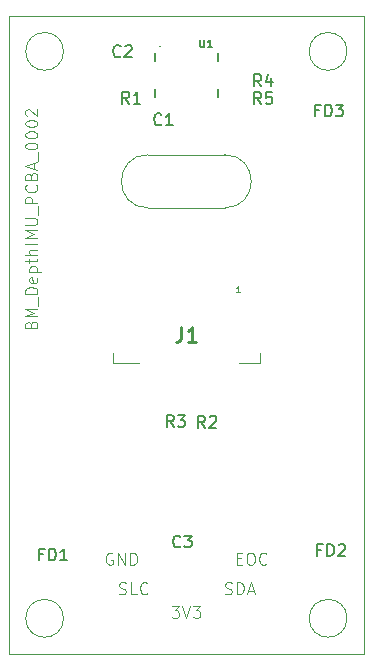
<source format=gbr>
%TF.GenerationSoftware,KiCad,Pcbnew,8.0.4*%
%TF.CreationDate,2024-11-15T13:14:51-06:00*%
%TF.ProjectId,BM_DepthIMU_v2,424d5f44-6570-4746-9849-4d555f76322e,rev?*%
%TF.SameCoordinates,Original*%
%TF.FileFunction,Legend,Top*%
%TF.FilePolarity,Positive*%
%FSLAX46Y46*%
G04 Gerber Fmt 4.6, Leading zero omitted, Abs format (unit mm)*
G04 Created by KiCad (PCBNEW 8.0.4) date 2024-11-15 13:14:51*
%MOMM*%
%LPD*%
G01*
G04 APERTURE LIST*
%ADD10C,0.100000*%
%ADD11C,0.125000*%
%ADD12C,0.150000*%
%ADD13C,0.254000*%
%ADD14C,0.127000*%
%TA.AperFunction,Profile*%
%ADD15C,0.050000*%
%TD*%
G04 APERTURE END LIST*
D10*
X154351905Y-114433609D02*
X154685238Y-114433609D01*
X154828095Y-114957419D02*
X154351905Y-114957419D01*
X154351905Y-114957419D02*
X154351905Y-113957419D01*
X154351905Y-113957419D02*
X154828095Y-113957419D01*
X155447143Y-113957419D02*
X155637619Y-113957419D01*
X155637619Y-113957419D02*
X155732857Y-114005038D01*
X155732857Y-114005038D02*
X155828095Y-114100276D01*
X155828095Y-114100276D02*
X155875714Y-114290752D01*
X155875714Y-114290752D02*
X155875714Y-114624085D01*
X155875714Y-114624085D02*
X155828095Y-114814561D01*
X155828095Y-114814561D02*
X155732857Y-114909800D01*
X155732857Y-114909800D02*
X155637619Y-114957419D01*
X155637619Y-114957419D02*
X155447143Y-114957419D01*
X155447143Y-114957419D02*
X155351905Y-114909800D01*
X155351905Y-114909800D02*
X155256667Y-114814561D01*
X155256667Y-114814561D02*
X155209048Y-114624085D01*
X155209048Y-114624085D02*
X155209048Y-114290752D01*
X155209048Y-114290752D02*
X155256667Y-114100276D01*
X155256667Y-114100276D02*
X155351905Y-114005038D01*
X155351905Y-114005038D02*
X155447143Y-113957419D01*
X156875714Y-114862180D02*
X156828095Y-114909800D01*
X156828095Y-114909800D02*
X156685238Y-114957419D01*
X156685238Y-114957419D02*
X156590000Y-114957419D01*
X156590000Y-114957419D02*
X156447143Y-114909800D01*
X156447143Y-114909800D02*
X156351905Y-114814561D01*
X156351905Y-114814561D02*
X156304286Y-114719323D01*
X156304286Y-114719323D02*
X156256667Y-114528847D01*
X156256667Y-114528847D02*
X156256667Y-114385990D01*
X156256667Y-114385990D02*
X156304286Y-114195514D01*
X156304286Y-114195514D02*
X156351905Y-114100276D01*
X156351905Y-114100276D02*
X156447143Y-114005038D01*
X156447143Y-114005038D02*
X156590000Y-113957419D01*
X156590000Y-113957419D02*
X156685238Y-113957419D01*
X156685238Y-113957419D02*
X156828095Y-114005038D01*
X156828095Y-114005038D02*
X156875714Y-114052657D01*
X144399524Y-117409800D02*
X144542381Y-117457419D01*
X144542381Y-117457419D02*
X144780476Y-117457419D01*
X144780476Y-117457419D02*
X144875714Y-117409800D01*
X144875714Y-117409800D02*
X144923333Y-117362180D01*
X144923333Y-117362180D02*
X144970952Y-117266942D01*
X144970952Y-117266942D02*
X144970952Y-117171704D01*
X144970952Y-117171704D02*
X144923333Y-117076466D01*
X144923333Y-117076466D02*
X144875714Y-117028847D01*
X144875714Y-117028847D02*
X144780476Y-116981228D01*
X144780476Y-116981228D02*
X144590000Y-116933609D01*
X144590000Y-116933609D02*
X144494762Y-116885990D01*
X144494762Y-116885990D02*
X144447143Y-116838371D01*
X144447143Y-116838371D02*
X144399524Y-116743133D01*
X144399524Y-116743133D02*
X144399524Y-116647895D01*
X144399524Y-116647895D02*
X144447143Y-116552657D01*
X144447143Y-116552657D02*
X144494762Y-116505038D01*
X144494762Y-116505038D02*
X144590000Y-116457419D01*
X144590000Y-116457419D02*
X144828095Y-116457419D01*
X144828095Y-116457419D02*
X144970952Y-116505038D01*
X145875714Y-117457419D02*
X145399524Y-117457419D01*
X145399524Y-117457419D02*
X145399524Y-116457419D01*
X146780476Y-117362180D02*
X146732857Y-117409800D01*
X146732857Y-117409800D02*
X146590000Y-117457419D01*
X146590000Y-117457419D02*
X146494762Y-117457419D01*
X146494762Y-117457419D02*
X146351905Y-117409800D01*
X146351905Y-117409800D02*
X146256667Y-117314561D01*
X146256667Y-117314561D02*
X146209048Y-117219323D01*
X146209048Y-117219323D02*
X146161429Y-117028847D01*
X146161429Y-117028847D02*
X146161429Y-116885990D01*
X146161429Y-116885990D02*
X146209048Y-116695514D01*
X146209048Y-116695514D02*
X146256667Y-116600276D01*
X146256667Y-116600276D02*
X146351905Y-116505038D01*
X146351905Y-116505038D02*
X146494762Y-116457419D01*
X146494762Y-116457419D02*
X146590000Y-116457419D01*
X146590000Y-116457419D02*
X146732857Y-116505038D01*
X146732857Y-116505038D02*
X146780476Y-116552657D01*
D11*
X154603188Y-91882309D02*
X154317474Y-91882309D01*
X154460331Y-91882309D02*
X154460331Y-91382309D01*
X154460331Y-91382309D02*
X154412712Y-91453738D01*
X154412712Y-91453738D02*
X154365093Y-91501357D01*
X154365093Y-91501357D02*
X154317474Y-91525166D01*
D10*
X143828095Y-114005038D02*
X143732857Y-113957419D01*
X143732857Y-113957419D02*
X143590000Y-113957419D01*
X143590000Y-113957419D02*
X143447143Y-114005038D01*
X143447143Y-114005038D02*
X143351905Y-114100276D01*
X143351905Y-114100276D02*
X143304286Y-114195514D01*
X143304286Y-114195514D02*
X143256667Y-114385990D01*
X143256667Y-114385990D02*
X143256667Y-114528847D01*
X143256667Y-114528847D02*
X143304286Y-114719323D01*
X143304286Y-114719323D02*
X143351905Y-114814561D01*
X143351905Y-114814561D02*
X143447143Y-114909800D01*
X143447143Y-114909800D02*
X143590000Y-114957419D01*
X143590000Y-114957419D02*
X143685238Y-114957419D01*
X143685238Y-114957419D02*
X143828095Y-114909800D01*
X143828095Y-114909800D02*
X143875714Y-114862180D01*
X143875714Y-114862180D02*
X143875714Y-114528847D01*
X143875714Y-114528847D02*
X143685238Y-114528847D01*
X144304286Y-114957419D02*
X144304286Y-113957419D01*
X144304286Y-113957419D02*
X144875714Y-114957419D01*
X144875714Y-114957419D02*
X144875714Y-113957419D01*
X145351905Y-114957419D02*
X145351905Y-113957419D01*
X145351905Y-113957419D02*
X145590000Y-113957419D01*
X145590000Y-113957419D02*
X145732857Y-114005038D01*
X145732857Y-114005038D02*
X145828095Y-114100276D01*
X145828095Y-114100276D02*
X145875714Y-114195514D01*
X145875714Y-114195514D02*
X145923333Y-114385990D01*
X145923333Y-114385990D02*
X145923333Y-114528847D01*
X145923333Y-114528847D02*
X145875714Y-114719323D01*
X145875714Y-114719323D02*
X145828095Y-114814561D01*
X145828095Y-114814561D02*
X145732857Y-114909800D01*
X145732857Y-114909800D02*
X145590000Y-114957419D01*
X145590000Y-114957419D02*
X145351905Y-114957419D01*
X136938609Y-94612782D02*
X136986228Y-94469925D01*
X136986228Y-94469925D02*
X137033847Y-94422306D01*
X137033847Y-94422306D02*
X137129085Y-94374687D01*
X137129085Y-94374687D02*
X137271942Y-94374687D01*
X137271942Y-94374687D02*
X137367180Y-94422306D01*
X137367180Y-94422306D02*
X137414800Y-94469925D01*
X137414800Y-94469925D02*
X137462419Y-94565163D01*
X137462419Y-94565163D02*
X137462419Y-94946115D01*
X137462419Y-94946115D02*
X136462419Y-94946115D01*
X136462419Y-94946115D02*
X136462419Y-94612782D01*
X136462419Y-94612782D02*
X136510038Y-94517544D01*
X136510038Y-94517544D02*
X136557657Y-94469925D01*
X136557657Y-94469925D02*
X136652895Y-94422306D01*
X136652895Y-94422306D02*
X136748133Y-94422306D01*
X136748133Y-94422306D02*
X136843371Y-94469925D01*
X136843371Y-94469925D02*
X136890990Y-94517544D01*
X136890990Y-94517544D02*
X136938609Y-94612782D01*
X136938609Y-94612782D02*
X136938609Y-94946115D01*
X137462419Y-93946115D02*
X136462419Y-93946115D01*
X136462419Y-93946115D02*
X137176704Y-93612782D01*
X137176704Y-93612782D02*
X136462419Y-93279449D01*
X136462419Y-93279449D02*
X137462419Y-93279449D01*
X137557657Y-93041354D02*
X137557657Y-92279449D01*
X137462419Y-92041353D02*
X136462419Y-92041353D01*
X136462419Y-92041353D02*
X136462419Y-91803258D01*
X136462419Y-91803258D02*
X136510038Y-91660401D01*
X136510038Y-91660401D02*
X136605276Y-91565163D01*
X136605276Y-91565163D02*
X136700514Y-91517544D01*
X136700514Y-91517544D02*
X136890990Y-91469925D01*
X136890990Y-91469925D02*
X137033847Y-91469925D01*
X137033847Y-91469925D02*
X137224323Y-91517544D01*
X137224323Y-91517544D02*
X137319561Y-91565163D01*
X137319561Y-91565163D02*
X137414800Y-91660401D01*
X137414800Y-91660401D02*
X137462419Y-91803258D01*
X137462419Y-91803258D02*
X137462419Y-92041353D01*
X137414800Y-90660401D02*
X137462419Y-90755639D01*
X137462419Y-90755639D02*
X137462419Y-90946115D01*
X137462419Y-90946115D02*
X137414800Y-91041353D01*
X137414800Y-91041353D02*
X137319561Y-91088972D01*
X137319561Y-91088972D02*
X136938609Y-91088972D01*
X136938609Y-91088972D02*
X136843371Y-91041353D01*
X136843371Y-91041353D02*
X136795752Y-90946115D01*
X136795752Y-90946115D02*
X136795752Y-90755639D01*
X136795752Y-90755639D02*
X136843371Y-90660401D01*
X136843371Y-90660401D02*
X136938609Y-90612782D01*
X136938609Y-90612782D02*
X137033847Y-90612782D01*
X137033847Y-90612782D02*
X137129085Y-91088972D01*
X136795752Y-90184210D02*
X137795752Y-90184210D01*
X136843371Y-90184210D02*
X136795752Y-90088972D01*
X136795752Y-90088972D02*
X136795752Y-89898496D01*
X136795752Y-89898496D02*
X136843371Y-89803258D01*
X136843371Y-89803258D02*
X136890990Y-89755639D01*
X136890990Y-89755639D02*
X136986228Y-89708020D01*
X136986228Y-89708020D02*
X137271942Y-89708020D01*
X137271942Y-89708020D02*
X137367180Y-89755639D01*
X137367180Y-89755639D02*
X137414800Y-89803258D01*
X137414800Y-89803258D02*
X137462419Y-89898496D01*
X137462419Y-89898496D02*
X137462419Y-90088972D01*
X137462419Y-90088972D02*
X137414800Y-90184210D01*
X136795752Y-89422305D02*
X136795752Y-89041353D01*
X136462419Y-89279448D02*
X137319561Y-89279448D01*
X137319561Y-89279448D02*
X137414800Y-89231829D01*
X137414800Y-89231829D02*
X137462419Y-89136591D01*
X137462419Y-89136591D02*
X137462419Y-89041353D01*
X137462419Y-88708019D02*
X136462419Y-88708019D01*
X137462419Y-88279448D02*
X136938609Y-88279448D01*
X136938609Y-88279448D02*
X136843371Y-88327067D01*
X136843371Y-88327067D02*
X136795752Y-88422305D01*
X136795752Y-88422305D02*
X136795752Y-88565162D01*
X136795752Y-88565162D02*
X136843371Y-88660400D01*
X136843371Y-88660400D02*
X136890990Y-88708019D01*
X137462419Y-87803257D02*
X136462419Y-87803257D01*
X137462419Y-87327067D02*
X136462419Y-87327067D01*
X136462419Y-87327067D02*
X137176704Y-86993734D01*
X137176704Y-86993734D02*
X136462419Y-86660401D01*
X136462419Y-86660401D02*
X137462419Y-86660401D01*
X136462419Y-86184210D02*
X137271942Y-86184210D01*
X137271942Y-86184210D02*
X137367180Y-86136591D01*
X137367180Y-86136591D02*
X137414800Y-86088972D01*
X137414800Y-86088972D02*
X137462419Y-85993734D01*
X137462419Y-85993734D02*
X137462419Y-85803258D01*
X137462419Y-85803258D02*
X137414800Y-85708020D01*
X137414800Y-85708020D02*
X137367180Y-85660401D01*
X137367180Y-85660401D02*
X137271942Y-85612782D01*
X137271942Y-85612782D02*
X136462419Y-85612782D01*
X137557657Y-85374687D02*
X137557657Y-84612782D01*
X137462419Y-84374686D02*
X136462419Y-84374686D01*
X136462419Y-84374686D02*
X136462419Y-83993734D01*
X136462419Y-83993734D02*
X136510038Y-83898496D01*
X136510038Y-83898496D02*
X136557657Y-83850877D01*
X136557657Y-83850877D02*
X136652895Y-83803258D01*
X136652895Y-83803258D02*
X136795752Y-83803258D01*
X136795752Y-83803258D02*
X136890990Y-83850877D01*
X136890990Y-83850877D02*
X136938609Y-83898496D01*
X136938609Y-83898496D02*
X136986228Y-83993734D01*
X136986228Y-83993734D02*
X136986228Y-84374686D01*
X137367180Y-82803258D02*
X137414800Y-82850877D01*
X137414800Y-82850877D02*
X137462419Y-82993734D01*
X137462419Y-82993734D02*
X137462419Y-83088972D01*
X137462419Y-83088972D02*
X137414800Y-83231829D01*
X137414800Y-83231829D02*
X137319561Y-83327067D01*
X137319561Y-83327067D02*
X137224323Y-83374686D01*
X137224323Y-83374686D02*
X137033847Y-83422305D01*
X137033847Y-83422305D02*
X136890990Y-83422305D01*
X136890990Y-83422305D02*
X136700514Y-83374686D01*
X136700514Y-83374686D02*
X136605276Y-83327067D01*
X136605276Y-83327067D02*
X136510038Y-83231829D01*
X136510038Y-83231829D02*
X136462419Y-83088972D01*
X136462419Y-83088972D02*
X136462419Y-82993734D01*
X136462419Y-82993734D02*
X136510038Y-82850877D01*
X136510038Y-82850877D02*
X136557657Y-82803258D01*
X136938609Y-82041353D02*
X136986228Y-81898496D01*
X136986228Y-81898496D02*
X137033847Y-81850877D01*
X137033847Y-81850877D02*
X137129085Y-81803258D01*
X137129085Y-81803258D02*
X137271942Y-81803258D01*
X137271942Y-81803258D02*
X137367180Y-81850877D01*
X137367180Y-81850877D02*
X137414800Y-81898496D01*
X137414800Y-81898496D02*
X137462419Y-81993734D01*
X137462419Y-81993734D02*
X137462419Y-82374686D01*
X137462419Y-82374686D02*
X136462419Y-82374686D01*
X136462419Y-82374686D02*
X136462419Y-82041353D01*
X136462419Y-82041353D02*
X136510038Y-81946115D01*
X136510038Y-81946115D02*
X136557657Y-81898496D01*
X136557657Y-81898496D02*
X136652895Y-81850877D01*
X136652895Y-81850877D02*
X136748133Y-81850877D01*
X136748133Y-81850877D02*
X136843371Y-81898496D01*
X136843371Y-81898496D02*
X136890990Y-81946115D01*
X136890990Y-81946115D02*
X136938609Y-82041353D01*
X136938609Y-82041353D02*
X136938609Y-82374686D01*
X137176704Y-81422305D02*
X137176704Y-80946115D01*
X137462419Y-81517543D02*
X136462419Y-81184210D01*
X136462419Y-81184210D02*
X137462419Y-80850877D01*
X137557657Y-80755639D02*
X137557657Y-79993734D01*
X136462419Y-79565162D02*
X136462419Y-79469924D01*
X136462419Y-79469924D02*
X136510038Y-79374686D01*
X136510038Y-79374686D02*
X136557657Y-79327067D01*
X136557657Y-79327067D02*
X136652895Y-79279448D01*
X136652895Y-79279448D02*
X136843371Y-79231829D01*
X136843371Y-79231829D02*
X137081466Y-79231829D01*
X137081466Y-79231829D02*
X137271942Y-79279448D01*
X137271942Y-79279448D02*
X137367180Y-79327067D01*
X137367180Y-79327067D02*
X137414800Y-79374686D01*
X137414800Y-79374686D02*
X137462419Y-79469924D01*
X137462419Y-79469924D02*
X137462419Y-79565162D01*
X137462419Y-79565162D02*
X137414800Y-79660400D01*
X137414800Y-79660400D02*
X137367180Y-79708019D01*
X137367180Y-79708019D02*
X137271942Y-79755638D01*
X137271942Y-79755638D02*
X137081466Y-79803257D01*
X137081466Y-79803257D02*
X136843371Y-79803257D01*
X136843371Y-79803257D02*
X136652895Y-79755638D01*
X136652895Y-79755638D02*
X136557657Y-79708019D01*
X136557657Y-79708019D02*
X136510038Y-79660400D01*
X136510038Y-79660400D02*
X136462419Y-79565162D01*
X136462419Y-78612781D02*
X136462419Y-78517543D01*
X136462419Y-78517543D02*
X136510038Y-78422305D01*
X136510038Y-78422305D02*
X136557657Y-78374686D01*
X136557657Y-78374686D02*
X136652895Y-78327067D01*
X136652895Y-78327067D02*
X136843371Y-78279448D01*
X136843371Y-78279448D02*
X137081466Y-78279448D01*
X137081466Y-78279448D02*
X137271942Y-78327067D01*
X137271942Y-78327067D02*
X137367180Y-78374686D01*
X137367180Y-78374686D02*
X137414800Y-78422305D01*
X137414800Y-78422305D02*
X137462419Y-78517543D01*
X137462419Y-78517543D02*
X137462419Y-78612781D01*
X137462419Y-78612781D02*
X137414800Y-78708019D01*
X137414800Y-78708019D02*
X137367180Y-78755638D01*
X137367180Y-78755638D02*
X137271942Y-78803257D01*
X137271942Y-78803257D02*
X137081466Y-78850876D01*
X137081466Y-78850876D02*
X136843371Y-78850876D01*
X136843371Y-78850876D02*
X136652895Y-78803257D01*
X136652895Y-78803257D02*
X136557657Y-78755638D01*
X136557657Y-78755638D02*
X136510038Y-78708019D01*
X136510038Y-78708019D02*
X136462419Y-78612781D01*
X136462419Y-77660400D02*
X136462419Y-77565162D01*
X136462419Y-77565162D02*
X136510038Y-77469924D01*
X136510038Y-77469924D02*
X136557657Y-77422305D01*
X136557657Y-77422305D02*
X136652895Y-77374686D01*
X136652895Y-77374686D02*
X136843371Y-77327067D01*
X136843371Y-77327067D02*
X137081466Y-77327067D01*
X137081466Y-77327067D02*
X137271942Y-77374686D01*
X137271942Y-77374686D02*
X137367180Y-77422305D01*
X137367180Y-77422305D02*
X137414800Y-77469924D01*
X137414800Y-77469924D02*
X137462419Y-77565162D01*
X137462419Y-77565162D02*
X137462419Y-77660400D01*
X137462419Y-77660400D02*
X137414800Y-77755638D01*
X137414800Y-77755638D02*
X137367180Y-77803257D01*
X137367180Y-77803257D02*
X137271942Y-77850876D01*
X137271942Y-77850876D02*
X137081466Y-77898495D01*
X137081466Y-77898495D02*
X136843371Y-77898495D01*
X136843371Y-77898495D02*
X136652895Y-77850876D01*
X136652895Y-77850876D02*
X136557657Y-77803257D01*
X136557657Y-77803257D02*
X136510038Y-77755638D01*
X136510038Y-77755638D02*
X136462419Y-77660400D01*
X136557657Y-76946114D02*
X136510038Y-76898495D01*
X136510038Y-76898495D02*
X136462419Y-76803257D01*
X136462419Y-76803257D02*
X136462419Y-76565162D01*
X136462419Y-76565162D02*
X136510038Y-76469924D01*
X136510038Y-76469924D02*
X136557657Y-76422305D01*
X136557657Y-76422305D02*
X136652895Y-76374686D01*
X136652895Y-76374686D02*
X136748133Y-76374686D01*
X136748133Y-76374686D02*
X136890990Y-76422305D01*
X136890990Y-76422305D02*
X137462419Y-76993733D01*
X137462419Y-76993733D02*
X137462419Y-76374686D01*
X148851905Y-118457419D02*
X149470952Y-118457419D01*
X149470952Y-118457419D02*
X149137619Y-118838371D01*
X149137619Y-118838371D02*
X149280476Y-118838371D01*
X149280476Y-118838371D02*
X149375714Y-118885990D01*
X149375714Y-118885990D02*
X149423333Y-118933609D01*
X149423333Y-118933609D02*
X149470952Y-119028847D01*
X149470952Y-119028847D02*
X149470952Y-119266942D01*
X149470952Y-119266942D02*
X149423333Y-119362180D01*
X149423333Y-119362180D02*
X149375714Y-119409800D01*
X149375714Y-119409800D02*
X149280476Y-119457419D01*
X149280476Y-119457419D02*
X148994762Y-119457419D01*
X148994762Y-119457419D02*
X148899524Y-119409800D01*
X148899524Y-119409800D02*
X148851905Y-119362180D01*
X149756667Y-118457419D02*
X150090000Y-119457419D01*
X150090000Y-119457419D02*
X150423333Y-118457419D01*
X150661429Y-118457419D02*
X151280476Y-118457419D01*
X151280476Y-118457419D02*
X150947143Y-118838371D01*
X150947143Y-118838371D02*
X151090000Y-118838371D01*
X151090000Y-118838371D02*
X151185238Y-118885990D01*
X151185238Y-118885990D02*
X151232857Y-118933609D01*
X151232857Y-118933609D02*
X151280476Y-119028847D01*
X151280476Y-119028847D02*
X151280476Y-119266942D01*
X151280476Y-119266942D02*
X151232857Y-119362180D01*
X151232857Y-119362180D02*
X151185238Y-119409800D01*
X151185238Y-119409800D02*
X151090000Y-119457419D01*
X151090000Y-119457419D02*
X150804286Y-119457419D01*
X150804286Y-119457419D02*
X150709048Y-119409800D01*
X150709048Y-119409800D02*
X150661429Y-119362180D01*
X153375714Y-117409800D02*
X153518571Y-117457419D01*
X153518571Y-117457419D02*
X153756666Y-117457419D01*
X153756666Y-117457419D02*
X153851904Y-117409800D01*
X153851904Y-117409800D02*
X153899523Y-117362180D01*
X153899523Y-117362180D02*
X153947142Y-117266942D01*
X153947142Y-117266942D02*
X153947142Y-117171704D01*
X153947142Y-117171704D02*
X153899523Y-117076466D01*
X153899523Y-117076466D02*
X153851904Y-117028847D01*
X153851904Y-117028847D02*
X153756666Y-116981228D01*
X153756666Y-116981228D02*
X153566190Y-116933609D01*
X153566190Y-116933609D02*
X153470952Y-116885990D01*
X153470952Y-116885990D02*
X153423333Y-116838371D01*
X153423333Y-116838371D02*
X153375714Y-116743133D01*
X153375714Y-116743133D02*
X153375714Y-116647895D01*
X153375714Y-116647895D02*
X153423333Y-116552657D01*
X153423333Y-116552657D02*
X153470952Y-116505038D01*
X153470952Y-116505038D02*
X153566190Y-116457419D01*
X153566190Y-116457419D02*
X153804285Y-116457419D01*
X153804285Y-116457419D02*
X153947142Y-116505038D01*
X154375714Y-117457419D02*
X154375714Y-116457419D01*
X154375714Y-116457419D02*
X154613809Y-116457419D01*
X154613809Y-116457419D02*
X154756666Y-116505038D01*
X154756666Y-116505038D02*
X154851904Y-116600276D01*
X154851904Y-116600276D02*
X154899523Y-116695514D01*
X154899523Y-116695514D02*
X154947142Y-116885990D01*
X154947142Y-116885990D02*
X154947142Y-117028847D01*
X154947142Y-117028847D02*
X154899523Y-117219323D01*
X154899523Y-117219323D02*
X154851904Y-117314561D01*
X154851904Y-117314561D02*
X154756666Y-117409800D01*
X154756666Y-117409800D02*
X154613809Y-117457419D01*
X154613809Y-117457419D02*
X154375714Y-117457419D01*
X155328095Y-117171704D02*
X155804285Y-117171704D01*
X155232857Y-117457419D02*
X155566190Y-116457419D01*
X155566190Y-116457419D02*
X155899523Y-117457419D01*
D12*
X149578333Y-113409580D02*
X149530714Y-113457200D01*
X149530714Y-113457200D02*
X149387857Y-113504819D01*
X149387857Y-113504819D02*
X149292619Y-113504819D01*
X149292619Y-113504819D02*
X149149762Y-113457200D01*
X149149762Y-113457200D02*
X149054524Y-113361961D01*
X149054524Y-113361961D02*
X149006905Y-113266723D01*
X149006905Y-113266723D02*
X148959286Y-113076247D01*
X148959286Y-113076247D02*
X148959286Y-112933390D01*
X148959286Y-112933390D02*
X149006905Y-112742914D01*
X149006905Y-112742914D02*
X149054524Y-112647676D01*
X149054524Y-112647676D02*
X149149762Y-112552438D01*
X149149762Y-112552438D02*
X149292619Y-112504819D01*
X149292619Y-112504819D02*
X149387857Y-112504819D01*
X149387857Y-112504819D02*
X149530714Y-112552438D01*
X149530714Y-112552438D02*
X149578333Y-112600057D01*
X149911667Y-112504819D02*
X150530714Y-112504819D01*
X150530714Y-112504819D02*
X150197381Y-112885771D01*
X150197381Y-112885771D02*
X150340238Y-112885771D01*
X150340238Y-112885771D02*
X150435476Y-112933390D01*
X150435476Y-112933390D02*
X150483095Y-112981009D01*
X150483095Y-112981009D02*
X150530714Y-113076247D01*
X150530714Y-113076247D02*
X150530714Y-113314342D01*
X150530714Y-113314342D02*
X150483095Y-113409580D01*
X150483095Y-113409580D02*
X150435476Y-113457200D01*
X150435476Y-113457200D02*
X150340238Y-113504819D01*
X150340238Y-113504819D02*
X150054524Y-113504819D01*
X150054524Y-113504819D02*
X149959286Y-113457200D01*
X149959286Y-113457200D02*
X149911667Y-113409580D01*
X161306666Y-76481009D02*
X160973333Y-76481009D01*
X160973333Y-77004819D02*
X160973333Y-76004819D01*
X160973333Y-76004819D02*
X161449523Y-76004819D01*
X161830476Y-77004819D02*
X161830476Y-76004819D01*
X161830476Y-76004819D02*
X162068571Y-76004819D01*
X162068571Y-76004819D02*
X162211428Y-76052438D01*
X162211428Y-76052438D02*
X162306666Y-76147676D01*
X162306666Y-76147676D02*
X162354285Y-76242914D01*
X162354285Y-76242914D02*
X162401904Y-76433390D01*
X162401904Y-76433390D02*
X162401904Y-76576247D01*
X162401904Y-76576247D02*
X162354285Y-76766723D01*
X162354285Y-76766723D02*
X162306666Y-76861961D01*
X162306666Y-76861961D02*
X162211428Y-76957200D01*
X162211428Y-76957200D02*
X162068571Y-77004819D01*
X162068571Y-77004819D02*
X161830476Y-77004819D01*
X162735238Y-76004819D02*
X163354285Y-76004819D01*
X163354285Y-76004819D02*
X163020952Y-76385771D01*
X163020952Y-76385771D02*
X163163809Y-76385771D01*
X163163809Y-76385771D02*
X163259047Y-76433390D01*
X163259047Y-76433390D02*
X163306666Y-76481009D01*
X163306666Y-76481009D02*
X163354285Y-76576247D01*
X163354285Y-76576247D02*
X163354285Y-76814342D01*
X163354285Y-76814342D02*
X163306666Y-76909580D01*
X163306666Y-76909580D02*
X163259047Y-76957200D01*
X163259047Y-76957200D02*
X163163809Y-77004819D01*
X163163809Y-77004819D02*
X162878095Y-77004819D01*
X162878095Y-77004819D02*
X162782857Y-76957200D01*
X162782857Y-76957200D02*
X162735238Y-76909580D01*
X156423333Y-74454819D02*
X156090000Y-73978628D01*
X155851905Y-74454819D02*
X155851905Y-73454819D01*
X155851905Y-73454819D02*
X156232857Y-73454819D01*
X156232857Y-73454819D02*
X156328095Y-73502438D01*
X156328095Y-73502438D02*
X156375714Y-73550057D01*
X156375714Y-73550057D02*
X156423333Y-73645295D01*
X156423333Y-73645295D02*
X156423333Y-73788152D01*
X156423333Y-73788152D02*
X156375714Y-73883390D01*
X156375714Y-73883390D02*
X156328095Y-73931009D01*
X156328095Y-73931009D02*
X156232857Y-73978628D01*
X156232857Y-73978628D02*
X155851905Y-73978628D01*
X157280476Y-73788152D02*
X157280476Y-74454819D01*
X157042381Y-73407200D02*
X156804286Y-74121485D01*
X156804286Y-74121485D02*
X157423333Y-74121485D01*
X149023333Y-103304819D02*
X148690000Y-102828628D01*
X148451905Y-103304819D02*
X148451905Y-102304819D01*
X148451905Y-102304819D02*
X148832857Y-102304819D01*
X148832857Y-102304819D02*
X148928095Y-102352438D01*
X148928095Y-102352438D02*
X148975714Y-102400057D01*
X148975714Y-102400057D02*
X149023333Y-102495295D01*
X149023333Y-102495295D02*
X149023333Y-102638152D01*
X149023333Y-102638152D02*
X148975714Y-102733390D01*
X148975714Y-102733390D02*
X148928095Y-102781009D01*
X148928095Y-102781009D02*
X148832857Y-102828628D01*
X148832857Y-102828628D02*
X148451905Y-102828628D01*
X149356667Y-102304819D02*
X149975714Y-102304819D01*
X149975714Y-102304819D02*
X149642381Y-102685771D01*
X149642381Y-102685771D02*
X149785238Y-102685771D01*
X149785238Y-102685771D02*
X149880476Y-102733390D01*
X149880476Y-102733390D02*
X149928095Y-102781009D01*
X149928095Y-102781009D02*
X149975714Y-102876247D01*
X149975714Y-102876247D02*
X149975714Y-103114342D01*
X149975714Y-103114342D02*
X149928095Y-103209580D01*
X149928095Y-103209580D02*
X149880476Y-103257200D01*
X149880476Y-103257200D02*
X149785238Y-103304819D01*
X149785238Y-103304819D02*
X149499524Y-103304819D01*
X149499524Y-103304819D02*
X149404286Y-103257200D01*
X149404286Y-103257200D02*
X149356667Y-103209580D01*
X145249985Y-75917805D02*
X144916652Y-75441614D01*
X144678557Y-75917805D02*
X144678557Y-74917805D01*
X144678557Y-74917805D02*
X145059509Y-74917805D01*
X145059509Y-74917805D02*
X145154747Y-74965424D01*
X145154747Y-74965424D02*
X145202366Y-75013043D01*
X145202366Y-75013043D02*
X145249985Y-75108281D01*
X145249985Y-75108281D02*
X145249985Y-75251138D01*
X145249985Y-75251138D02*
X145202366Y-75346376D01*
X145202366Y-75346376D02*
X145154747Y-75393995D01*
X145154747Y-75393995D02*
X145059509Y-75441614D01*
X145059509Y-75441614D02*
X144678557Y-75441614D01*
X146202366Y-75917805D02*
X145630938Y-75917805D01*
X145916652Y-75917805D02*
X145916652Y-74917805D01*
X145916652Y-74917805D02*
X145821414Y-75060662D01*
X145821414Y-75060662D02*
X145726176Y-75155900D01*
X145726176Y-75155900D02*
X145630938Y-75203519D01*
X144516690Y-71888342D02*
X144469071Y-71935962D01*
X144469071Y-71935962D02*
X144326214Y-71983581D01*
X144326214Y-71983581D02*
X144230976Y-71983581D01*
X144230976Y-71983581D02*
X144088119Y-71935962D01*
X144088119Y-71935962D02*
X143992881Y-71840723D01*
X143992881Y-71840723D02*
X143945262Y-71745485D01*
X143945262Y-71745485D02*
X143897643Y-71555009D01*
X143897643Y-71555009D02*
X143897643Y-71412152D01*
X143897643Y-71412152D02*
X143945262Y-71221676D01*
X143945262Y-71221676D02*
X143992881Y-71126438D01*
X143992881Y-71126438D02*
X144088119Y-71031200D01*
X144088119Y-71031200D02*
X144230976Y-70983581D01*
X144230976Y-70983581D02*
X144326214Y-70983581D01*
X144326214Y-70983581D02*
X144469071Y-71031200D01*
X144469071Y-71031200D02*
X144516690Y-71078819D01*
X144897643Y-71078819D02*
X144945262Y-71031200D01*
X144945262Y-71031200D02*
X145040500Y-70983581D01*
X145040500Y-70983581D02*
X145278595Y-70983581D01*
X145278595Y-70983581D02*
X145373833Y-71031200D01*
X145373833Y-71031200D02*
X145421452Y-71078819D01*
X145421452Y-71078819D02*
X145469071Y-71174057D01*
X145469071Y-71174057D02*
X145469071Y-71269295D01*
X145469071Y-71269295D02*
X145421452Y-71412152D01*
X145421452Y-71412152D02*
X144850024Y-71983581D01*
X144850024Y-71983581D02*
X145469071Y-71983581D01*
X147978333Y-77659580D02*
X147930714Y-77707200D01*
X147930714Y-77707200D02*
X147787857Y-77754819D01*
X147787857Y-77754819D02*
X147692619Y-77754819D01*
X147692619Y-77754819D02*
X147549762Y-77707200D01*
X147549762Y-77707200D02*
X147454524Y-77611961D01*
X147454524Y-77611961D02*
X147406905Y-77516723D01*
X147406905Y-77516723D02*
X147359286Y-77326247D01*
X147359286Y-77326247D02*
X147359286Y-77183390D01*
X147359286Y-77183390D02*
X147406905Y-76992914D01*
X147406905Y-76992914D02*
X147454524Y-76897676D01*
X147454524Y-76897676D02*
X147549762Y-76802438D01*
X147549762Y-76802438D02*
X147692619Y-76754819D01*
X147692619Y-76754819D02*
X147787857Y-76754819D01*
X147787857Y-76754819D02*
X147930714Y-76802438D01*
X147930714Y-76802438D02*
X147978333Y-76850057D01*
X148930714Y-77754819D02*
X148359286Y-77754819D01*
X148645000Y-77754819D02*
X148645000Y-76754819D01*
X148645000Y-76754819D02*
X148549762Y-76897676D01*
X148549762Y-76897676D02*
X148454524Y-76992914D01*
X148454524Y-76992914D02*
X148359286Y-77040533D01*
X151252380Y-70498276D02*
X151252380Y-71016371D01*
X151252380Y-71016371D02*
X151282857Y-71077323D01*
X151282857Y-71077323D02*
X151313333Y-71107800D01*
X151313333Y-71107800D02*
X151374285Y-71138276D01*
X151374285Y-71138276D02*
X151496190Y-71138276D01*
X151496190Y-71138276D02*
X151557142Y-71107800D01*
X151557142Y-71107800D02*
X151587619Y-71077323D01*
X151587619Y-71077323D02*
X151618095Y-71016371D01*
X151618095Y-71016371D02*
X151618095Y-70498276D01*
X152258095Y-71138276D02*
X151892380Y-71138276D01*
X152075237Y-71138276D02*
X152075237Y-70498276D01*
X152075237Y-70498276D02*
X152014285Y-70589704D01*
X152014285Y-70589704D02*
X151953333Y-70650657D01*
X151953333Y-70650657D02*
X151892380Y-70681133D01*
D13*
X149666667Y-94804318D02*
X149666667Y-95711461D01*
X149666667Y-95711461D02*
X149606190Y-95892889D01*
X149606190Y-95892889D02*
X149485238Y-96013842D01*
X149485238Y-96013842D02*
X149303809Y-96074318D01*
X149303809Y-96074318D02*
X149182857Y-96074318D01*
X150936667Y-96074318D02*
X150210952Y-96074318D01*
X150573809Y-96074318D02*
X150573809Y-94804318D01*
X150573809Y-94804318D02*
X150452857Y-94985746D01*
X150452857Y-94985746D02*
X150331905Y-95106699D01*
X150331905Y-95106699D02*
X150210952Y-95167175D01*
D12*
X137956666Y-114081009D02*
X137623333Y-114081009D01*
X137623333Y-114604819D02*
X137623333Y-113604819D01*
X137623333Y-113604819D02*
X138099523Y-113604819D01*
X138480476Y-114604819D02*
X138480476Y-113604819D01*
X138480476Y-113604819D02*
X138718571Y-113604819D01*
X138718571Y-113604819D02*
X138861428Y-113652438D01*
X138861428Y-113652438D02*
X138956666Y-113747676D01*
X138956666Y-113747676D02*
X139004285Y-113842914D01*
X139004285Y-113842914D02*
X139051904Y-114033390D01*
X139051904Y-114033390D02*
X139051904Y-114176247D01*
X139051904Y-114176247D02*
X139004285Y-114366723D01*
X139004285Y-114366723D02*
X138956666Y-114461961D01*
X138956666Y-114461961D02*
X138861428Y-114557200D01*
X138861428Y-114557200D02*
X138718571Y-114604819D01*
X138718571Y-114604819D02*
X138480476Y-114604819D01*
X140004285Y-114604819D02*
X139432857Y-114604819D01*
X139718571Y-114604819D02*
X139718571Y-113604819D01*
X139718571Y-113604819D02*
X139623333Y-113747676D01*
X139623333Y-113747676D02*
X139528095Y-113842914D01*
X139528095Y-113842914D02*
X139432857Y-113890533D01*
X151673333Y-103364252D02*
X151340000Y-102888061D01*
X151101905Y-103364252D02*
X151101905Y-102364252D01*
X151101905Y-102364252D02*
X151482857Y-102364252D01*
X151482857Y-102364252D02*
X151578095Y-102411871D01*
X151578095Y-102411871D02*
X151625714Y-102459490D01*
X151625714Y-102459490D02*
X151673333Y-102554728D01*
X151673333Y-102554728D02*
X151673333Y-102697585D01*
X151673333Y-102697585D02*
X151625714Y-102792823D01*
X151625714Y-102792823D02*
X151578095Y-102840442D01*
X151578095Y-102840442D02*
X151482857Y-102888061D01*
X151482857Y-102888061D02*
X151101905Y-102888061D01*
X152054286Y-102459490D02*
X152101905Y-102411871D01*
X152101905Y-102411871D02*
X152197143Y-102364252D01*
X152197143Y-102364252D02*
X152435238Y-102364252D01*
X152435238Y-102364252D02*
X152530476Y-102411871D01*
X152530476Y-102411871D02*
X152578095Y-102459490D01*
X152578095Y-102459490D02*
X152625714Y-102554728D01*
X152625714Y-102554728D02*
X152625714Y-102649966D01*
X152625714Y-102649966D02*
X152578095Y-102792823D01*
X152578095Y-102792823D02*
X152006667Y-103364252D01*
X152006667Y-103364252D02*
X152625714Y-103364252D01*
X161506666Y-113681009D02*
X161173333Y-113681009D01*
X161173333Y-114204819D02*
X161173333Y-113204819D01*
X161173333Y-113204819D02*
X161649523Y-113204819D01*
X162030476Y-114204819D02*
X162030476Y-113204819D01*
X162030476Y-113204819D02*
X162268571Y-113204819D01*
X162268571Y-113204819D02*
X162411428Y-113252438D01*
X162411428Y-113252438D02*
X162506666Y-113347676D01*
X162506666Y-113347676D02*
X162554285Y-113442914D01*
X162554285Y-113442914D02*
X162601904Y-113633390D01*
X162601904Y-113633390D02*
X162601904Y-113776247D01*
X162601904Y-113776247D02*
X162554285Y-113966723D01*
X162554285Y-113966723D02*
X162506666Y-114061961D01*
X162506666Y-114061961D02*
X162411428Y-114157200D01*
X162411428Y-114157200D02*
X162268571Y-114204819D01*
X162268571Y-114204819D02*
X162030476Y-114204819D01*
X162982857Y-113300057D02*
X163030476Y-113252438D01*
X163030476Y-113252438D02*
X163125714Y-113204819D01*
X163125714Y-113204819D02*
X163363809Y-113204819D01*
X163363809Y-113204819D02*
X163459047Y-113252438D01*
X163459047Y-113252438D02*
X163506666Y-113300057D01*
X163506666Y-113300057D02*
X163554285Y-113395295D01*
X163554285Y-113395295D02*
X163554285Y-113490533D01*
X163554285Y-113490533D02*
X163506666Y-113633390D01*
X163506666Y-113633390D02*
X162935238Y-114204819D01*
X162935238Y-114204819D02*
X163554285Y-114204819D01*
X156423333Y-75954819D02*
X156090000Y-75478628D01*
X155851905Y-75954819D02*
X155851905Y-74954819D01*
X155851905Y-74954819D02*
X156232857Y-74954819D01*
X156232857Y-74954819D02*
X156328095Y-75002438D01*
X156328095Y-75002438D02*
X156375714Y-75050057D01*
X156375714Y-75050057D02*
X156423333Y-75145295D01*
X156423333Y-75145295D02*
X156423333Y-75288152D01*
X156423333Y-75288152D02*
X156375714Y-75383390D01*
X156375714Y-75383390D02*
X156328095Y-75431009D01*
X156328095Y-75431009D02*
X156232857Y-75478628D01*
X156232857Y-75478628D02*
X155851905Y-75478628D01*
X157328095Y-74954819D02*
X156851905Y-74954819D01*
X156851905Y-74954819D02*
X156804286Y-75431009D01*
X156804286Y-75431009D02*
X156851905Y-75383390D01*
X156851905Y-75383390D02*
X156947143Y-75335771D01*
X156947143Y-75335771D02*
X157185238Y-75335771D01*
X157185238Y-75335771D02*
X157280476Y-75383390D01*
X157280476Y-75383390D02*
X157328095Y-75431009D01*
X157328095Y-75431009D02*
X157375714Y-75526247D01*
X157375714Y-75526247D02*
X157375714Y-75764342D01*
X157375714Y-75764342D02*
X157328095Y-75859580D01*
X157328095Y-75859580D02*
X157280476Y-75907200D01*
X157280476Y-75907200D02*
X157185238Y-75954819D01*
X157185238Y-75954819D02*
X156947143Y-75954819D01*
X156947143Y-75954819D02*
X156851905Y-75907200D01*
X156851905Y-75907200D02*
X156804286Y-75859580D01*
D14*
%TO.C,U1*%
X147401500Y-71600000D02*
X147401500Y-72311500D01*
X147401500Y-75400000D02*
X147401500Y-74688500D01*
X152778500Y-71600000D02*
X152778500Y-72311500D01*
X152778500Y-75400000D02*
X152778500Y-74688500D01*
D10*
X147890000Y-71100000D02*
G75*
G02*
X147790000Y-71100000I-50000J0D01*
G01*
X147790000Y-71100000D02*
G75*
G02*
X147890000Y-71100000I50000J0D01*
G01*
%TO.C,J1*%
X143840000Y-97850000D02*
X143840000Y-97000000D01*
X146090000Y-97850000D02*
X143840000Y-97850000D01*
X154590000Y-97850000D02*
X156340000Y-97850000D01*
X156340000Y-97850000D02*
X156340000Y-97000000D01*
%TD*%
D15*
X146840000Y-84750000D02*
X153340000Y-84750000D01*
X146840000Y-80250000D02*
X153340000Y-80250000D01*
X146840000Y-84750000D02*
G75*
G02*
X146840000Y-80250000I0J2250000D01*
G01*
X153340000Y-80250000D02*
G75*
G02*
X153340000Y-84750000I0J-2250000D01*
G01*
X135090000Y-68500000D02*
X165090000Y-68500000D01*
X165090000Y-122500000D01*
X135090000Y-122500000D01*
X135090000Y-68500000D01*
X139690000Y-119500000D02*
G75*
G02*
X136490000Y-119500000I-1600000J0D01*
G01*
X136490000Y-119500000D02*
G75*
G02*
X139690000Y-119500000I1600000J0D01*
G01*
X163690000Y-71500000D02*
G75*
G02*
X160490000Y-71500000I-1600000J0D01*
G01*
X160490000Y-71500000D02*
G75*
G02*
X163690000Y-71500000I1600000J0D01*
G01*
X139690000Y-71500000D02*
G75*
G02*
X136490000Y-71500000I-1600000J0D01*
G01*
X136490000Y-71500000D02*
G75*
G02*
X139690000Y-71500000I1600000J0D01*
G01*
X163690000Y-119500000D02*
G75*
G02*
X160490000Y-119500000I-1600000J0D01*
G01*
X160490000Y-119500000D02*
G75*
G02*
X163690000Y-119500000I1600000J0D01*
G01*
M02*

</source>
